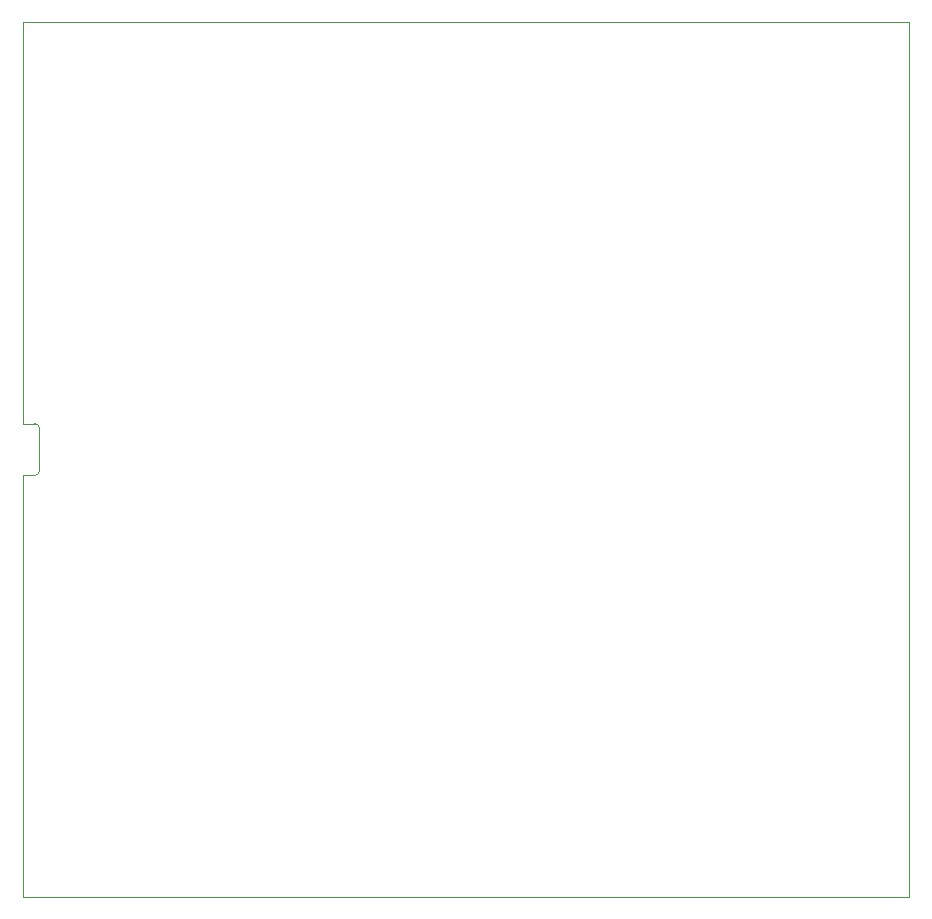
<source format=gbr>
%TF.GenerationSoftware,KiCad,Pcbnew,(7.0.0)*%
%TF.CreationDate,2023-03-05T15:20:25+10:30*%
%TF.ProjectId,SoundRAM,536f756e-6452-4414-9d2e-6b696361645f,rev?*%
%TF.SameCoordinates,Original*%
%TF.FileFunction,Profile,NP*%
%FSLAX46Y46*%
G04 Gerber Fmt 4.6, Leading zero omitted, Abs format (unit mm)*
G04 Created by KiCad (PCBNEW (7.0.0)) date 2023-03-05 15:20:25*
%MOMM*%
%LPD*%
G01*
G04 APERTURE LIST*
%TA.AperFunction,Profile*%
%ADD10C,0.100000*%
%TD*%
%TA.AperFunction,Profile*%
%ADD11C,0.120000*%
%TD*%
G04 APERTURE END LIST*
D10*
X112903000Y-49276000D02*
X187960000Y-49276000D01*
X112910000Y-78971000D02*
X112903000Y-49276000D01*
X187960000Y-123317000D02*
X112903000Y-123317000D01*
X112910000Y-91971000D02*
X112903000Y-123317000D01*
X187960000Y-49276000D02*
X187960000Y-123317000D01*
D11*
%TO.C,J7*%
X112910000Y-87671000D02*
X112910000Y-91971000D01*
X113910000Y-87671000D02*
X112910000Y-87671000D01*
X114310000Y-87271000D02*
X114310000Y-83671000D01*
X112910000Y-83271000D02*
X112910000Y-78971000D01*
X113910000Y-83271000D02*
X112910000Y-83271000D01*
X114310000Y-83671000D02*
G75*
G03*
X113910000Y-83271000I-400002J-2D01*
G01*
X113910000Y-87671000D02*
G75*
G03*
X114310000Y-87271000I0J400000D01*
G01*
%TD*%
M02*

</source>
